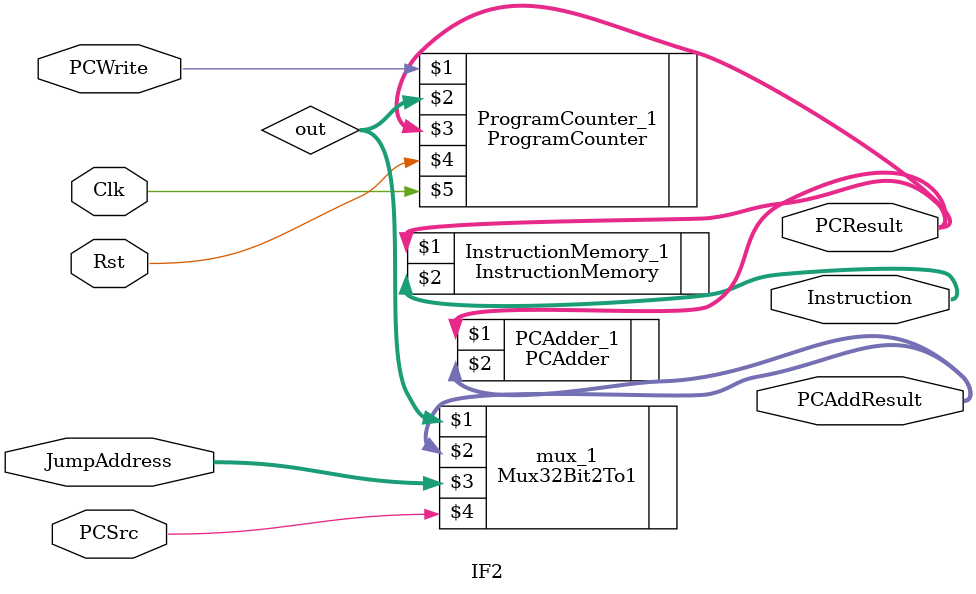
<source format=v>
`timescale 1ns / 1ps


module IF2(Rst, Clk, PCWrite, Instruction, PCSrc, JumpAddress, PCAddResult, PCResult);

    input Rst, Clk, PCSrc, PCWrite;
    input[31:0] JumpAddress;
    output [31:0] PCAddResult,Instruction, PCResult;
    
    wire[31:0] out;
    
    PCAdder PCAdder_1( PCResult, PCAddResult);
    Mux32Bit2To1 mux_1(out, PCAddResult, JumpAddress, PCSrc);
    ProgramCounter ProgramCounter_1(PCWrite, out, PCResult, Rst, Clk);
    InstructionMemory InstructionMemory_1(PCResult, Instruction);
endmodule

</source>
